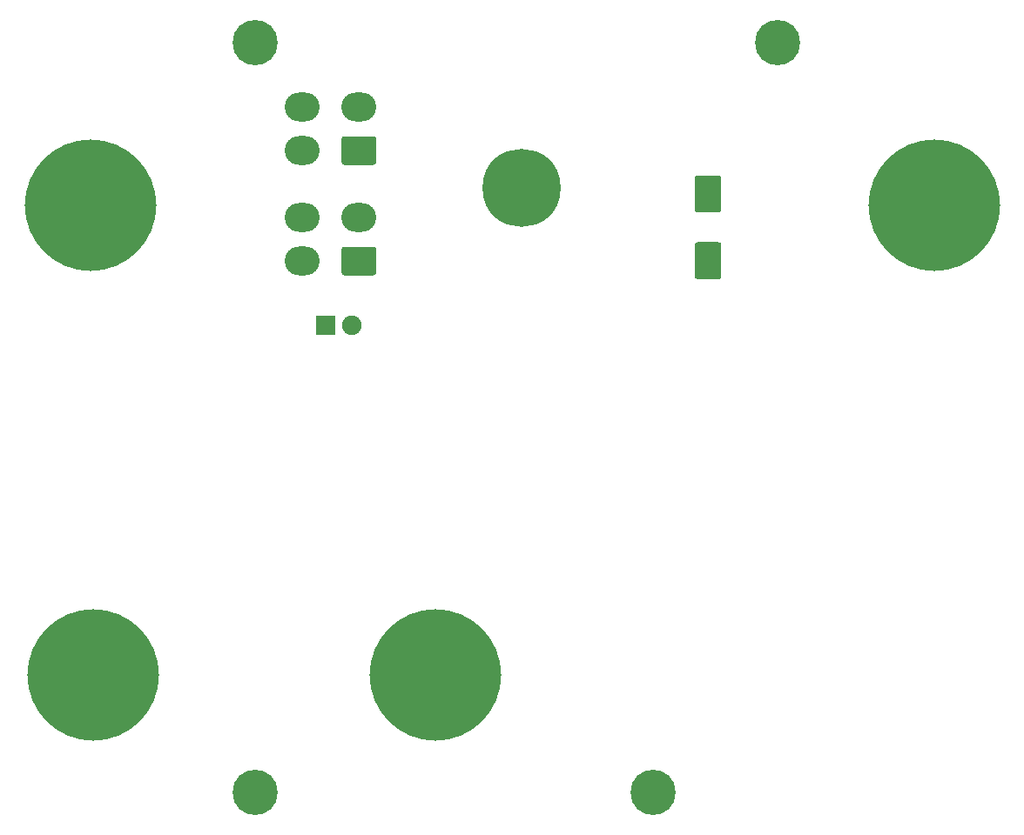
<source format=gbr>
G04 #@! TF.GenerationSoftware,KiCad,Pcbnew,(5.1.6)-1*
G04 #@! TF.CreationDate,2021-02-10T21:53:07+11:00*
G04 #@! TF.ProjectId,ECS Panel PCB V2,45435320-5061-46e6-956c-205043422056,rev?*
G04 #@! TF.SameCoordinates,Original*
G04 #@! TF.FileFunction,Soldermask,Bot*
G04 #@! TF.FilePolarity,Negative*
%FSLAX46Y46*%
G04 Gerber Fmt 4.6, Leading zero omitted, Abs format (unit mm)*
G04 Created by KiCad (PCBNEW (5.1.6)-1) date 2021-02-10 21:53:07*
%MOMM*%
%LPD*%
G01*
G04 APERTURE LIST*
%ADD10C,7.600000*%
%ADD11C,4.400000*%
%ADD12C,12.800000*%
%ADD13O,3.400000X2.800000*%
%ADD14C,1.900000*%
%ADD15R,1.900000X1.900000*%
G04 APERTURE END LIST*
D10*
G04 #@! TO.C,REF\u002A\u002A*
X93275000Y-92850000D03*
X93275000Y-92850000D03*
G04 #@! TD*
D11*
G04 #@! TO.C,REF\u002A\u002A*
X67310000Y-151739600D03*
G04 #@! TD*
G04 #@! TO.C,REF\u002A\u002A*
X106045000Y-151739600D03*
G04 #@! TD*
G04 #@! TO.C,REF\u002A\u002A*
X118110000Y-78714600D03*
G04 #@! TD*
G04 #@! TO.C,REF\u002A\u002A*
X67310000Y-78714600D03*
G04 #@! TD*
D12*
G04 #@! TO.C,REF\u002A\u002A*
X84899499Y-140309600D03*
G04 #@! TD*
G04 #@! TO.C,5*
X51562000Y-140309600D03*
G04 #@! TD*
G04 #@! TO.C,3*
X133350000Y-94589600D03*
X133350000Y-94589600D03*
G04 #@! TD*
G04 #@! TO.C,1*
X51308000Y-94589600D03*
X51308000Y-94589600D03*
G04 #@! TD*
D13*
G04 #@! TO.C,J2*
X71936000Y-95800000D03*
X71936000Y-100000000D03*
X77436000Y-95800000D03*
G36*
G01*
X78876740Y-101400000D02*
X75995260Y-101400000D01*
G75*
G02*
X75736000Y-101140740I0J259260D01*
G01*
X75736000Y-98859260D01*
G75*
G02*
X75995260Y-98600000I259260J0D01*
G01*
X78876740Y-98600000D01*
G75*
G02*
X79136000Y-98859260I0J-259260D01*
G01*
X79136000Y-101140740D01*
G75*
G02*
X78876740Y-101400000I-259260J0D01*
G01*
G37*
G04 #@! TD*
G04 #@! TO.C,J1*
X71936000Y-85048600D03*
X71936000Y-89248600D03*
X77436000Y-85048600D03*
G36*
G01*
X78876740Y-90648600D02*
X75995260Y-90648600D01*
G75*
G02*
X75736000Y-90389340I0J259260D01*
G01*
X75736000Y-88107860D01*
G75*
G02*
X75995260Y-87848600I259260J0D01*
G01*
X78876740Y-87848600D01*
G75*
G02*
X79136000Y-88107860I0J-259260D01*
G01*
X79136000Y-90389340D01*
G75*
G02*
X78876740Y-90648600I-259260J0D01*
G01*
G37*
G04 #@! TD*
D14*
G04 #@! TO.C,D1*
X76740000Y-106300000D03*
D15*
X74200000Y-106300000D03*
G04 #@! TD*
G04 #@! TO.C,C1*
G36*
G01*
X112419000Y-95273000D02*
X110339000Y-95273000D01*
G75*
G02*
X110079000Y-95013000I0J260000D01*
G01*
X110079000Y-91933000D01*
G75*
G02*
X110339000Y-91673000I260000J0D01*
G01*
X112419000Y-91673000D01*
G75*
G02*
X112679000Y-91933000I0J-260000D01*
G01*
X112679000Y-95013000D01*
G75*
G02*
X112419000Y-95273000I-260000J0D01*
G01*
G37*
G36*
G01*
X112419000Y-101773000D02*
X110339000Y-101773000D01*
G75*
G02*
X110079000Y-101513000I0J260000D01*
G01*
X110079000Y-98433000D01*
G75*
G02*
X110339000Y-98173000I260000J0D01*
G01*
X112419000Y-98173000D01*
G75*
G02*
X112679000Y-98433000I0J-260000D01*
G01*
X112679000Y-101513000D01*
G75*
G02*
X112419000Y-101773000I-260000J0D01*
G01*
G37*
G04 #@! TD*
M02*

</source>
